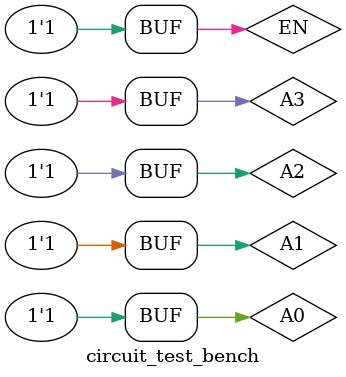
<source format=v>
`timescale 1ns / 1ps


module circuit_test_bench;

	// Inputs
	reg EN;
	reg A0;
	reg A1;
	reg A2;
	reg A3;

	// Outputs
	wire f;

	// Instantiate the Unit Under Test (UUT)
	final_circuit uut (
		.EN(EN), 
		.a(A0), 
		.b(A1), 
		.c(A2), 
		.d(A3), 
		.f(f)
	);

	initial begin
		// Initialize Inputs
		EN = 0;
		A0 = 0;
		A1 = 0;
		A2 = 0;
		A3 = 0;

		// Wait 100 ns for global reset to finish
		  EN = 1'b1 ; A0 = 1'b0 ; A1 = 1'b0 ; A2 = 1'b0 ; A3 = 1'b0;
        #100;
        EN = 1'b1 ; A0 = 1'b0 ; A1 = 1'b0 ; A2 = 1'b0 ; A3 = 1'b1;
        #100;
        EN = 1'b1 ; A0 = 1'b0 ; A1 = 1'b0 ; A2 = 1'b1 ; A3 = 1'b0;
        #100;
        EN = 1'b1 ; A0 = 1'b0 ; A1 = 1'b0 ; A2 = 1'b1 ; A3 = 1'b1;
        #100;
        EN = 1'b1 ; A0 = 1'b0 ; A1 = 1'b1 ; A2 = 1'b0 ; A3 = 1'b0;
        #100;
        EN = 1'b1 ; A0 = 1'b0 ; A1 = 1'b1 ; A2 = 1'b0 ; A3 = 1'b1;
        #100;
        EN = 1'b1 ; A0 = 1'b0 ; A1 = 1'b1 ; A2 = 1'b1 ; A3 = 1'b0;
        #100;
        EN = 1'b1 ; A0 = 1'b0 ; A1 = 1'b1 ; A2 = 1'b1 ; A3 = 1'b1;
        #100;
        EN = 1'b1 ; A0 = 1'b1 ; A1 = 1'b0 ; A2 = 1'b0 ; A3 = 1'b0;
        #100;
        EN = 1'b1 ; A0 = 1'b1 ; A1 = 1'b0 ; A2 = 1'b0 ; A3 = 1'b1;
        #100;
        EN = 1'b1 ; A0 = 1'b1 ; A1 = 1'b0 ; A2 = 1'b1 ; A3 = 1'b0;
        #100;
        EN = 1'b1 ; A0 = 1'b1 ; A1 = 1'b0 ; A2 = 1'b1 ; A3 = 1'b1;
        #100;
        EN = 1'b1 ; A0 = 1'b1 ; A1 = 1'b1 ; A2 = 1'b0 ; A3 = 1'b0;
        #100;
        EN = 1'b1 ; A0 = 1'b1 ; A1 = 1'b1 ; A2 = 1'b0 ; A3 = 1'b1;
        #100;
        EN = 1'b1 ; A0 = 1'b1 ; A1 = 1'b1 ; A2 = 1'b1 ; A3 = 1'b0;
        #100;
        EN = 1'b1 ; A0 = 1'b1 ; A1 = 1'b1 ; A2 = 1'b1 ; A3 = 1'b1;
        #100;

		
        
		// Add stimulus here

	end
      
endmodule


</source>
